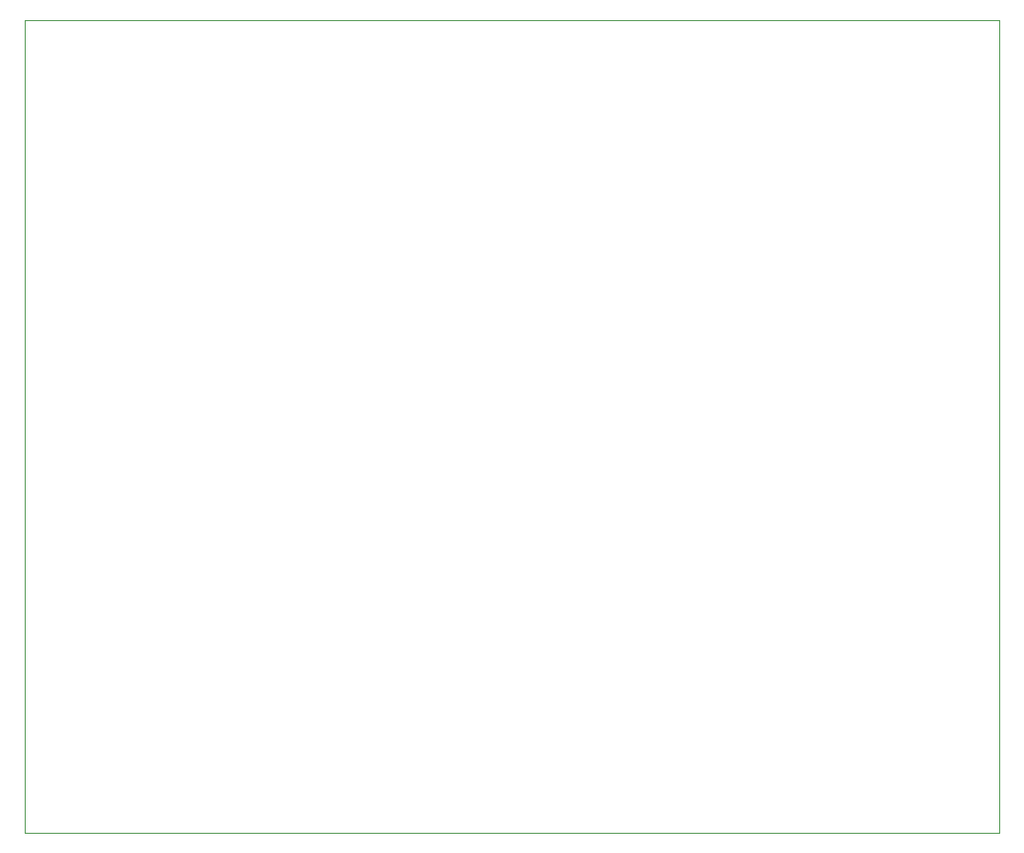
<source format=gbr>
%TF.GenerationSoftware,Altium Limited,Altium Designer,23.3.1 (30)*%
G04 Layer_Color=0*
%FSLAX26Y26*%
%MOIN*%
%TF.SameCoordinates,8F501EFE-F143-482A-9327-88418F9FCBED*%
%TF.FilePolarity,Positive*%
%TF.FileFunction,Profile,NP*%
%TF.Part,Single*%
G01*
G75*
%TA.AperFunction,Profile*%
%ADD59C,0.001000*%
D59*
X3545000D01*
Y2955000D01*
X0D01*
Y0D01*
%TF.MD5,e4fc88dbde0e91f907d5b1807332f8ca*%
M02*

</source>
